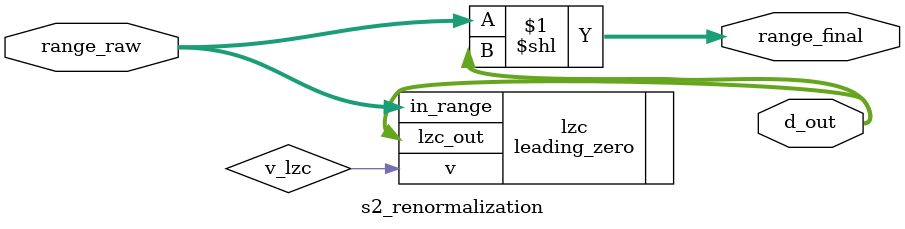
<source format=v>
/*
This stage finishes the encoding Q15 process and also executes the one-round
normalization
The One-round normalization is an adaptation of the following article:
  @INPROCEEDINGS{6116523,
    author={Z. {Liu} and D. {Wang}},
    booktitle={2011 18th IEEE International Conference on Image Processing},
    title={One-round renormalization based 2-bin/cycle H.264/AVC CABAC encoder},
    year={2011},
    volume={},
    number={},
    pages={369-372},
    doi={10.1109/ICIP.2011.6116523}
  }
*/

module stage_2 #(
  parameter RANGE_WIDTH = 16,
  parameter D_SIZE = 5,
  parameter SYMBOL_WIDTH = 4
  )(
    input COMP_mux_1,
    input bool_flag_1, bool_flag_2, bool_flag_3,
    input [(RANGE_WIDTH-1):0] UU, VV, in_range, lut_u, lut_v, lut_uv,
    input [(SYMBOL_WIDTH-1):0] in_symbol_1, in_symbol_2, in_symbol_3,
    // Outputs
    output wire COMP_mux_1_out,
    output wire out_bool_1, out_bool_2, out_bool_3,
    output wire out_symbol_1, out_symbol_2, out_symbol_3, // LSB symbol
    output wire [RANGE_WIDTH:0] u,
    output wire [(D_SIZE-1):0] out_d_1, out_d_2, out_d_3,
    output wire [(RANGE_WIDTH-1):0] pre_calc_low_bool_1, pre_calc_low_bool_2,
    output wire [(RANGE_WIDTH-1):0] pre_calc_low_bool_3,
    output wire [(RANGE_WIDTH-1):0] initial_range_1, initial_range_2,
    output wire [(RANGE_WIDTH-1):0] initial_range_3, out_range
  );
  wire [(RANGE_WIDTH-1):0] range_bool_1, range_bool_2, range_bool_3;
  wire [(RANGE_WIDTH-1):0] range_cdf, range_bool;
  wire [(D_SIZE-1):0] out_d_bool_1, out_d_cdf_1;


  // CDF Operation
  s2_cdf #(
    .RANGE_WIDTH (RANGE_WIDTH),
    .D_SIZE (D_SIZE)
    ) s2_cdf (
      .UU (UU),
      .VV (VV),
      .lut_u (lut_u),
      .lut_v (lut_v),
      .lut_uv (lut_uv),
      .in_range (in_range),
      .COMP_mux_1 (COMP_mux_1),
      // Outputs
      .u (u),
      .d_out (out_d_cdf_1),
      .out_range (range_cdf)
  );

  /* Boolean Operation
      - The Parallelized Boolean estimates the use of 3 Booleans that generate
    outputs at the same clock cycle (therefore parallel).
      - In reality, they are sequential. However, if observed from the top
    entity blocks, their results arrive all together and, therefore, in
    parallel.
  */
  s2_bool #(
    .RANGE_WIDTH (RANGE_WIDTH),
    .SYMBOL_WIDTH (SYMBOL_WIDTH),
    .D_SIZE (D_SIZE)
    ) s2_bool_1 (
      .in_range (in_range),
      .symbol (in_symbol_1),
      // Outputs
      .out_d (out_d_bool_1),
      .range_1 (pre_calc_low_bool_1),
      .out_range (range_bool_1)
  );
  s2_bool #(
    .RANGE_WIDTH (RANGE_WIDTH),
    .SYMBOL_WIDTH (SYMBOL_WIDTH),
    .D_SIZE (D_SIZE)
    ) s2_bool_2 (
      .symbol (in_symbol_2),
      .in_range (range_bool_1),
      // Outputs
      .out_d (out_d_2),
      .range_1 (pre_calc_low_bool_2),
      .out_range (range_bool_2)
  );
  s2_bool #(
    .RANGE_WIDTH (RANGE_WIDTH),
    .SYMBOL_WIDTH (SYMBOL_WIDTH),
    .D_SIZE (D_SIZE)
    ) s2_bool_3 (
      .symbol (in_symbol_3),
      .in_range (range_bool_2),
      // Outputs
      .out_d (out_d_3),
      .range_1 (pre_calc_low_bool_3),
      .out_range (range_bool_3)
  );
  // -------------------
  // Find the last valid Bool block
  assign range_bool = (bool_flag_3 == 1'b1) ? range_bool_3 :
                      (bool_flag_2 == 1'b1) ? range_bool_2 :
                      (bool_flag_1 == 1'b1) ? range_bool_1 :
                      16'd0;

  // Output assignments
  assign initial_range_1 = in_range;
  assign initial_range_2 =  (bool_flag_2 == 1'b1) ? range_bool_1 :
                            16'd0;
  assign initial_range_3 =  (bool_flag_3 == 1'b1) ? range_bool_2 :
                            16'd0;
  assign out_range =  (bool_flag_1 == 1'b1) ? range_bool :
                      range_cdf;
  assign out_d_1 =  (bool_flag_1 == 1'b1) ? out_d_bool_1 :
                    out_d_cdf_1;
  assign COMP_mux_1_out = COMP_mux_1;
  assign out_bool_1 = bool_flag_1;
  assign out_bool_2 = bool_flag_2;
  assign out_bool_3 = bool_flag_3;
  assign out_symbol_1 = in_symbol_1;
  assign out_symbol_2 = in_symbol_2;
  assign out_symbol_3 = in_symbol_3;
endmodule

module s2_cdf #(
  parameter RANGE_WIDTH = 16,
  parameter D_SIZE = 5
  )(
    input COMP_mux_1,
    input [(RANGE_WIDTH-1):0] UU, VV, in_range, lut_u, lut_v, lut_uv,
    output wire [RANGE_WIDTH:0] u,
    output wire [(D_SIZE-1):0] d_out,
    output wire [(RANGE_WIDTH-1):0] out_range
  );
  // Non-boolean block
  // u = ((Range_in >> 8) * (FL >> 6) >> 1) + 4 * (N - (s - 1))
  // v = ((Range_in >> 8) * (FH >> 6) >> 1) + 4 * (N - (s - 0))
  wire [(RANGE_WIDTH-1):0] RR, range_1, range_2, range_raw;
  wire [(RANGE_WIDTH):0] temp_u, v;

  assign RR = in_range >> 8;

  assign temp_u = (RR * UU >> 1);
  // u adapted from: u = (RR * UU >> 1) + lut_u
  assign u = temp_u + lut_u;
  // v adapted from: v = (RR * VV >> 1) + lut_v
  assign v = (RR * VV >> 1);

  // range_1 adapted from: range_1 = u - v
  assign range_1 = (temp_u[(RANGE_WIDTH-1):0] - v[(RANGE_WIDTH-1):0]) + lut_uv;
  // range_1 adapted from: range_2 = in_range - v
  assign range_2 = (in_range - lut_v) - v[(RANGE_WIDTH-1):0];

  assign range_raw =  (COMP_mux_1 == 1'b1) ? range_1 :
                      range_2;
  s2_renormalization #(
    .RANGE_WIDTH (RANGE_WIDTH),
    .D_SIZE (D_SIZE)
    ) s2_cdf_norm (
      .range_raw (range_raw),
      // Outputs
      .d_out (d_out),
      .range_final (out_range)
    );
endmodule

module s2_bool #(
  parameter RANGE_WIDTH = 16,
  parameter SYMBOL_WIDTH = 4,
  parameter D_SIZE = 5
  )(
    input [(RANGE_WIDTH-1):0] in_range,
    input [(SYMBOL_WIDTH-1):0] symbol,
    output wire [(D_SIZE-1):0] out_d,
    output wire [(RANGE_WIDTH-1):0] range_1, out_range
  );
  wire [(RANGE_WIDTH-1):0] range_raw;
  wire [RANGE_WIDTH:0] out_v;
  /* Boolean block
      As the probability is fixed to 50%, it is possible to change the
      original formula:
      v = ((Range_in >> 8) * (Prob >> 6) >> 1) + 4
      Prob = 50% = 16384; 16384 >> 6 = 256
  */
  assign out_v = ((in_range >> 8) << 7) + 16'd4;
  /* pre_low_bool (here range_1) is a way to use an operation already being done
  here inside Stage 3 and therefore reduce the excessive delay created by the
  parallel Boolean Operations.
  */
  assign range_1 = in_range - out_v[(RANGE_WIDTH-1):0];

  assign range_raw =  (symbol[0] == 1'b1) ? out_v[(RANGE_WIDTH-1):0] :
                      range_1;

  /* The renormalizaton process for the boolean operation doesn't require
  the use of LZC because D will never be greater than 2.
    Hence, instead of wasting area and time running the LZC here, a simple mux
  can tackle the problem.
    Assuming the worst-case scenario, in_range = 32768 and symbol[0] = 0,
  range_raw will be 16380, which generates a D = 2. */
  assign out_d =  (range_raw[RANGE_WIDTH-1] == 1'b1) ? 5'd0 :
                  (range_raw[RANGE_WIDTH-2] == 1'b1) ? 5'd1 :
                  5'd2;
  assign out_range = range_raw << out_d;
endmodule

module s2_renormalization #(
  parameter RANGE_WIDTH = 16,
  parameter D_SIZE = 5
  )(
    input [(RANGE_WIDTH-1):0] range_raw,
    output wire [(D_SIZE-1):0] d_out,  // LZC result
    output wire [(RANGE_WIDTH-1):0] range_final
  );
  wire v_lzc; // Validation bit for the LZC isn't being used

  leading_zero #(
    .RANGE_WIDTH_LCZ (RANGE_WIDTH),
    .D_SIZE_LZC (D_SIZE)
    ) lzc (
      .in_range (range_raw),
      .v (v_lzc),
      .lzc_out (d_out)
  );
  assign range_final = range_raw << d_out;
endmodule

</source>
